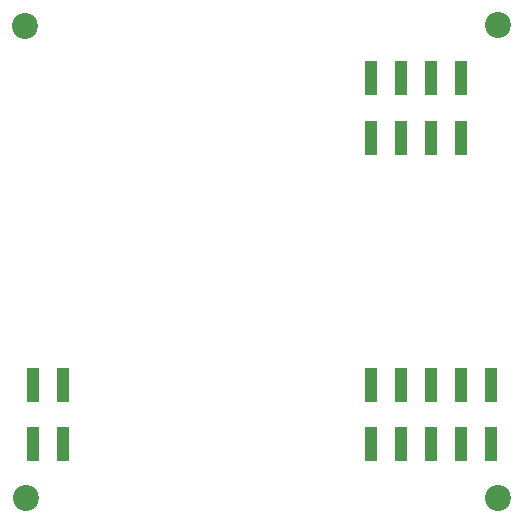
<source format=gbs>
G04 #@! TF.GenerationSoftware,KiCad,Pcbnew,8.0.1*
G04 #@! TF.CreationDate,2025-02-17T15:23:15+05:00*
G04 #@! TF.ProjectId,Sensors,53656e73-6f72-4732-9e6b-696361645f70,rev?*
G04 #@! TF.SameCoordinates,Original*
G04 #@! TF.FileFunction,Soldermask,Bot*
G04 #@! TF.FilePolarity,Negative*
%FSLAX46Y46*%
G04 Gerber Fmt 4.6, Leading zero omitted, Abs format (unit mm)*
G04 Created by KiCad (PCBNEW 8.0.1) date 2025-02-17 15:23:15*
%MOMM*%
%LPD*%
G01*
G04 APERTURE LIST*
%ADD10C,2.200000*%
%ADD11R,1.000000X3.000000*%
G04 APERTURE END LIST*
D10*
X153100000Y-87225000D03*
X193125000Y-127150000D03*
X153125000Y-127150000D03*
X193125000Y-87150000D03*
D11*
X192530000Y-117604999D03*
X192530000Y-122645001D03*
X189990000Y-117605000D03*
X189990000Y-122645000D03*
X187450000Y-117605000D03*
X187450000Y-122645000D03*
X184910000Y-117605000D03*
X184910000Y-122645000D03*
X182370000Y-117604999D03*
X182370000Y-122645001D03*
X156305002Y-117605000D03*
X156305002Y-122645000D03*
X153765000Y-117605000D03*
X153765000Y-122645000D03*
X182315000Y-96670000D03*
X182315000Y-91630000D03*
X184854999Y-96670000D03*
X184854999Y-91630000D03*
X187395001Y-96670000D03*
X187395001Y-91630000D03*
X189935000Y-96670000D03*
X189935000Y-91630000D03*
M02*

</source>
